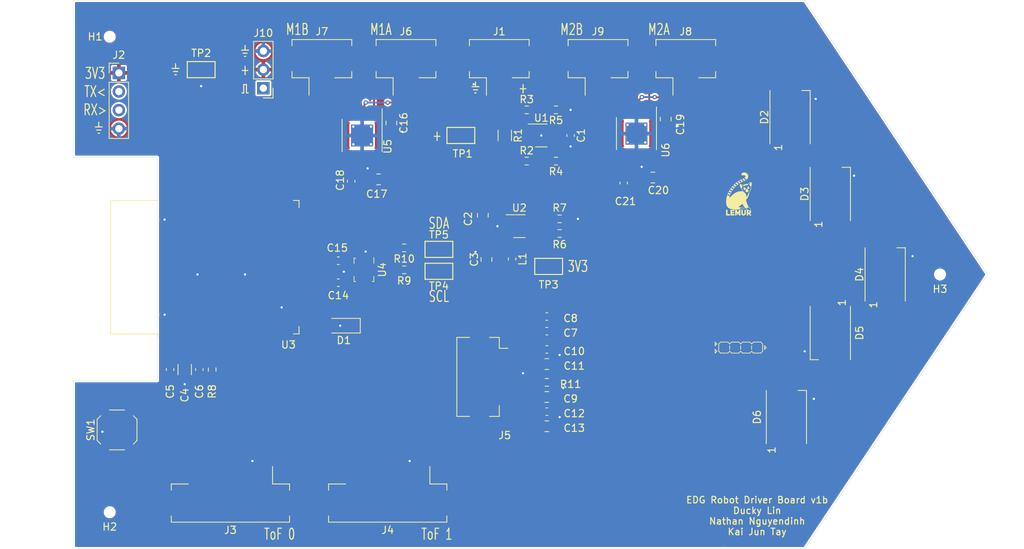
<source format=kicad_pcb>
(kicad_pcb (version 20211014) (generator pcbnew)
  (layers (0 "F.Cu" signal "Front") (31 "B.Cu" signal "Back") (34 "B.Paste" user) (35 "F.Paste" user) (36 "B.SilkS" user "B.Silkscreen") (37 "F.SilkS" user "F.Silkscreen") (38 "B.Mask" user) (39 "F.Mask" user) (44 "Edge.Cuts" user))
  (net 0 "")
  (net 1 "gnd")
  (net 2 "v3v3")
  (net 3 "vbatt")
  (net 4 "i2c_chain_0.sda")
  (net 5 "i2c_chain_0.scl")
  (net 6 "mcu.gpio.ledArray")
  (net 7 "lcd.spi.mosi")
  (net 8 "lcd.spi.sck")
  (net 9 "batt.pins.2")
  (net 10 "mcu.adc.isense")
  (net 11 "m1_a.pins.1")
  (net 12 "m1_a.pins.2")
  (net 13 "m1_b.pins.2")
  (net 14 "m1_b.pins.1")
  (net 15 "m2_a.pins.1")
  (net 16 "m2_a.pins.2")
  (net 17 "m2_b.pins.2")
  (net 18 "m2_b.pins.1")
  (net 19 "imu.int1")
  (net 20 "imu.int2")
  (net 21 "ws2812bArray.dout")
  (net 22 "tof.gpio1.1")
  (net 23 "tof.gpio1.0")
  (net 24 "mcu.gpio.lcd_dc")
  (net 25 "mcu.gpio.motor_1a2")
  (net 26 "mcu.gpio.motor_2a1")
  (net 27 "mcu.gpio.motor_2a2")
  (net 28 "tof.xshut.1")
  (net 29 "mcu.gpio.motor_1b1")
  (net 30 "mcu.ic.io2")
  (net 31 "mcu.gpio.motor_1a1")
  (net 32 "mcu.gpio.motor_2b1")
  (net 33 "mcu.gpio.lcd_reset")
  (net 34 "mcu.gpio.lcd_cs")
  (net 35 "mcu.gpio.motor_2b2")
  (net 36 "mcu.gpio.motor_1b2")
  (net 37 "lcd.iref_res.a")
  (net 38 "ws2812bArray.led[4].din")
  (net 39 "mcu.ic.chip_pu")
  (net 40 "motor_driver1.vcp_cap.pos")
  (net 41 "ws2812bArray.led[2].din")
  (net 42 "isense.amp.amp.inn")
  (net 43 "isense.amp.amp.inp")
  (net 44 "reg_3v3.ic.fb")
  (net 45 "mcu.gpio.tof_xshut_0")
  (net 46 "mcu.ic.io0")
  (net 47 "mcu.uart0.uart.tx")
  (net 48 "mcu.ic.uart0.tx")
  (net 49 "mcu.gpio.pwm")
  (net 50 "reg_3v3.power_path.switch")
  (net 51 "motor_driver2.ic.vcp")
  (net 52 "motor_driver2.vint_cap.pos")
  (net 53 "motor_driver1.vint_cap.pos")
  (net 54 "ws2812bArray.led[0].dout")
  (net 55 "ws2812bArray.led[2].dout")
  (net 56 "lcd.device.vcc")
  (net 57 "lcd.device.vcomh")
  (net 58 "lcd.c1_cap.neg")
  (net 59 "lcd.device.c1p")
  (net 60 "lcd.c2_cap.neg")
  (net 61 "lcd.c2_cap.pos")
  (footprint "Resistor_SMD:R_1206_3216Metric" (layer "F.Cu") (at 154 66 -90)
    (fp_text reference "R1")
    (fp_text value "C411236")
  )
  (footprint "Capacitor_SMD:C_0603_1608Metric" (layer "F.Cu") (at 159.75 103.75)
    (fp_text reference "C12")
    (fp_text value "C14663")
  )
  (footprint "Resistor_SMD:R_0603_1608Metric" (layer "F.Cu") (at 140.25 84.37 180)
    (fp_text reference "R9")
    (fp_text value "C23162")
  )
  (footprint "Resistor_SMD:R_0603_1608Metric" (layer "F.Cu") (at 159.75 99.75)
    (fp_text reference "R11")
    (fp_text value "C23203")
  )
  (footprint "Capacitor_SMD:C_0603_1608Metric" (layer "F.Cu") (at 133 72.25 -90)
    (fp_text reference "C18")
    (fp_text value "C57112")
  )
  (footprint "edg:JlcToolingHole_1.152mm" (layer "F.Cu") (at 100 52.5)
    (fp_text reference "H1")
    (fp_text value "")
  )
  (footprint "LED_SMD:LED_WS2812B_PLCC4_5.0x5.0mm_P3.2mm" (layer "F.Cu") (at 206 85 90)
    (fp_text reference "D4")
    (fp_text value "C2920042")
  )
  (footprint "Capacitor_SMD:C_0805_2012Metric" (layer "F.Cu") (at 136.75 72 180)
    (fp_text reference "C17")
    (fp_text value "C1779")
  )
  (footprint "edg:JlcToolingHole_1.152mm" (layer "F.Cu") (at 213.5 85)
    (fp_text reference "H3")
    (fp_text value "")
  )
  (footprint "Connector_JST:JST_PH_B2B-PH-SM4-TB_1x02-1MP_P2.00mm_Vertical" (layer "F.Cu") (at 140.5 57.25)
    (fp_text reference "J6")
    (fp_text value "C64658")
  )
  (footprint "Connector_JST:JST_PH_B2B-PH-SM4-TB_1x02-1MP_P2.00mm_Vertical" (layer "F.Cu") (at 166.75 57.25)
    (fp_text reference "J9")
    (fp_text value "C64658")
  )
  (footprint "Resistor_SMD:R_0603_1608Metric" (layer "F.Cu") (at 161 62.5 180)
    (fp_text reference "R5")
    (fp_text value "C25804")
  )
  (footprint "edg:Indicator_IdDots_4" (layer "F.Cu") (at 186.25 95)
    (fp_text reference "2" hide)
    (fp_text value "")
  )
  (footprint "Capacitor_SMD:C_0603_1608Metric" (layer "F.Cu") (at 159.75 95.25)
    (fp_text reference "C10")
    (fp_text value "C14663")
  )
  (footprint "LED_SMD:LED_WS2812B_PLCC4_5.0x5.0mm_P3.2mm" (layer "F.Cu") (at 198.5 74 90)
    (fp_text reference "D3")
    (fp_text value "C2920042")
  )
  (footprint "Connector_PinHeader_2.54mm:PinHeader_1x04_P2.54mm_Vertical" (layer "F.Cu") (at 101.25 57.45)
    (fp_text reference "J2")
    (fp_text value "")
  )
  (footprint "edg:Indicator_LeadFree" (layer "F.Cu") (at 186 91.5)
    (fp_text reference "1" hide)
    (fp_text value "" hide)
  )
  (footprint "edg:Symbol_LemurSmall" (layer "F.Cu") (at 186 74)
    (fp_text reference "U7" hide)
    (fp_text value "" hide)
  )
  (footprint "Connector_JST:JST_PH_B2B-PH-SM4-TB_1x02-1MP_P2.00mm_Vertical" (layer "F.Cu") (at 129 57.25)
    (fp_text reference "J7")
    (fp_text value "C64658")
  )
  (footprint "Capacitor_SMD:C_0603_1608Metric" (layer "F.Cu") (at 112.25 98 -90)
    (fp_text reference "C6")
    (fp_text value "C15849")
  )
  (footprint "edg:JlcToolingHole_1.152mm" (layer "F.Cu") (at 100 117.5)
    (fp_text reference "H2")
    (fp_text value "")
  )
  (footprint "RF_Module:ESP32-WROOM-32" (layer "F.Cu") (at 116 84 90)
    (fp_text reference "U3")
    (fp_text value "C701342")
  )
  (footprint "TestPoint:TestPoint_Keystone_5015_Micro-Minature" (layer "F.Cu") (at 148 66 180)
    (fp_text reference "TP1")
    (fp_text value "C238130")
  )
  (footprint "Capacitor_SMD:C_0805_2012Metric" (layer "F.Cu") (at 151.5 82.95 90)
    (fp_text reference "C3")
    (fp_text value "C1779")
  )
  (footprint "Resistor_SMD:R_0603_1608Metric" (layer "F.Cu") (at 161 69.5 180)
    (fp_text reference "R4")
    (fp_text value "C25804")
  )
  (footprint "Connector_FFC-FPC:Hirose_FH12-15S-0.5SH_1x15-1MP_P0.50mm_Horizontal" (layer "F.Cu") (at 151.95 99 -90)
    (fp_text reference "J5")
    (fp_text value "")
  )
  (footprint "Resistor_SMD:R_0603_1608Metric" (layer "F.Cu") (at 157 69.5)
    (fp_text reference "R2")
    (fp_text value "C25804")
  )
  (footprint "Connector_PinHeader_2.54mm:PinHeader_1x03_P2.54mm_Vertical" (layer "F.Cu") (at 121 59.54 180)
    (fp_text reference "J10")
    (fp_text value "")
  )
  (footprint "TestPoint:TestPoint_Keystone_5015_Micro-Minature" (layer "F.Cu") (at 112.5 57)
    (fp_text reference "TP2")
    (fp_text value "C238130")
  )
  (footprint "Capacitor_SMD:C_0603_1608Metric" (layer "F.Cu") (at 170.25 72.5 -90)
    (fp_text reference "C21")
    (fp_text value "C57112")
  )
  (footprint "Resistor_SMD:R_0603_1608Metric" (layer "F.Cu") (at 114 98 90)
    (fp_text reference "R8")
    (fp_text value "C25804")
  )
  (footprint "Capacitor_SMD:C_0805_2012Metric" (layer "F.Cu") (at 176 63.75 -90)
    (fp_text reference "C19")
    (fp_text value "C15850")
  )
  (footprint "TestPoint:TestPoint_Keystone_5015_Micro-Minature" (layer "F.Cu") (at 145 84.57 180)
    (fp_text reference "TP4")
    (fp_text value "C238130")
  )
  (footprint "Connector_JST:JST_PH_B6B-PH-SM4-TB_1x06-1MP_P2.00mm_Vertical" (layer "F.Cu") (at 138 114.5 180)
    (fp_text reference "J4")
    (fp_text value "C265088")
  )
  (footprint "LED_SMD:LED_WS2812B_PLCC4_5.0x5.0mm_P3.2mm" (layer "F.Cu") (at 198.5 93 -90)
    (fp_text reference "D5")
    (fp_text value "C2920042")
  )
  (footprint "Resistor_SMD:R_0603_1608Metric" (layer "F.Cu") (at 140.25 81.37 180)
    (fp_text reference "R10")
    (fp_text value "C23162")
  )
  (footprint "Capacitor_SMD:C_1206_3216Metric" (layer "F.Cu") (at 110.25 98 -90)
    (fp_text reference "C4")
    (fp_text value "C5672")
  )
  (footprint "Capacitor_SMD:C_0805_2012Metric" (layer "F.Cu") (at 174.25 71.75 180)
    (fp_text reference "C20")
    (fp_text value "C1779")
  )
  (footprint "Capacitor_SMD:C_0603_1608Metric" (layer "F.Cu") (at 108.25 98 -90)
    (fp_text reference "C5")
    (fp_text value "C14663")
  )
  (footprint "edg:Symbol_Duckling" (layer "F.Cu") (at 185.968806 83.691835)
    (fp_text reference "U8" hide)
    (fp_text value "" hide)
  )
  (footprint "Button_Switch_SMD:SW_SPST_SKQG_WithoutStem" (layer "F.Cu") (at 101 106.25 90)
    (fp_text reference "SW1")
    (fp_text value "C318884")
  )
  (footprint "Capacitor_SMD:C_0805_2012Metric" (layer "F.Cu") (at 151 76.9 -90)
    (fp_text reference "C2")
    (fp_text value "C1779")
  )
  (footprint "Connector_JST:JST_PH_B6B-PH-SM4-TB_1x06-1MP_P2.00mm_Vertical" (layer "F.Cu") (at 116.5 114.5 180)
    (fp_text reference "J3")
    (fp_text value "C265088")
  )
  (footprint "Capacitor_SMD:C_0603_1608Metric" (layer "F.Cu") (at 159.75 92.75)
    (fp_text reference "C7")
    (fp_text value "C14663")
  )
  (footprint "Resistor_SMD:R_0603_1608Metric" (layer "F.Cu") (at 157 62.5)
    (fp_text reference "R3")
    (fp_text value "C25804")
  )
  (footprint "LED_SMD:LED_WS2812B_PLCC4_5.0x5.0mm_P3.2mm" (layer "F.Cu") (at 192.5 104.5 90)
    (fp_text reference "D6")
    (fp_text value "C2920042")
  )
  (footprint "Package_SO:TSSOP-16-1EP_4.4x5mm_P0.65mm_EP3x3mm_ThermalVias" (layer "F.Cu") (at 172 65.75 -90)
    (fp_text reference "U6")
    (fp_text value "C50506")
  )
  (footprint "Connector_JST:JST_PH_B2B-PH-SM4-TB_1x02-1MP_P2.00mm_Vertical" (layer "F.Cu") (at 178.75 57.25)
    (fp_text reference "J8")
    (fp_text value "C64658")
  )
  (footprint "Package_SO:TSSOP-16-1EP_4.4x5mm_P0.65mm_EP3x3mm_ThermalVias" (layer "F.Cu") (at 134.5 66 -90)
    (fp_text reference "U5")
    (fp_text value "C50506")
  )
  (footprint "Capacitor_SMD:C_0805_2012Metric" (layer "F.Cu") (at 138.5 64.3 -90)
    (fp_text reference "C16")
    (fp_text value "C15850")
  )
  (footprint "Capacitor_SMD:C_0805_2012Metric" (layer "F.Cu") (at 159.75 101.75)
    (fp_text reference "C9")
    (fp_text value "C1779")
  )
  (footprint "TestPoint:TestPoint_Keystone_5015_Micro-Minature" (layer "F.Cu") (at 145 81.57 180)
    (fp_text reference "TP5")
    (fp_text value "C238130")
  )
  (footprint "Capacitor_SMD:C_0603_1608Metric" (layer "F.Cu") (at 163 66 -90)
    (fp_text reference "C1")
    (fp_text value "C14663")
  )
  (footprint "TestPoint:TestPoint_Keystone_5015_Micro-Minature" (layer "F.Cu") (at 160 83.9)
    (fp_text reference "TP3")
    (fp_text value "C238130")
  )
  (footprint "Resistor_SMD:R_0603_1608Metric" (layer "F.Cu") (at 161.5 77.4)
    (fp_text reference "R7")
    (fp_text value "C22809")
  )
  (footprint "Diode_SMD:D_SOD-123" (layer "F.Cu") (at 132 92 180)
    (fp_text reference "D1")
    (fp_text value "C499796")
  )
  (footprint "Capacitor_SMD:C_0603_1608Metric" (layer "F.Cu") (at 131.25 83.12 180)
    (fp_text reference "C15")
    (fp_text value "C14663")
  )
  (footprint "Capacitor_SMD:C_0603_1608Metric" (layer "F.Cu") (at 131.25 86.12 180)
    (fp_text reference "C14")
    (fp_text value "C14663")
  )
  (footprint "Capacitor_SMD:C_0805_2012Metric" (layer "F.Cu") (at 159.75 97.25)
    (fp_text reference "C11")
    (fp_text value "C1779")
  )
  (footprint "LED_SMD:LED_WS2812B_PLCC4_5.0x5.0mm_P3.2mm" (layer "F.Cu") (at 193 63.5 90)
    (fp_text reference "D2")
    (fp_text value "C2920042")
  )
  (footprint "Inductor_SMD:L_0603_1608Metric" (layer "F.Cu") (at 155 82.9 -90)
    (fp_text reference "L1")
    (fp_text value "C295681")
  )
  (footprint "Package_TO_SOT_SMD:SOT-23-5" (layer "F.Cu") (at 156 78.4)
    (fp_text reference "U2")
    (fp_text value "C500769")
  )
  (footprint "Capacitor_SMD:C_0805_2012Metric" (layer "F.Cu") (at 159.75 105.75)
    (fp_text reference "C13")
    (fp_text value "C15850")
  )
  (footprint "Connector_JST:JST_PH_B2B-PH-SM4-TB_1x02-1MP_P2.00mm_Vertical" (layer "F.Cu") (at 153.25 57.25)
    (fp_text reference "J1")
    (fp_text value "C64658")
  )
  (footprint "Capacitor_SMD:C_0603_1608Metric" (layer "F.Cu") (at 159.75 90.75)
    (fp_text reference "C8")
    (fp_text value "C14663")
  )
  (footprint "Resistor_SMD:R_0603_1608Metric" (layer "F.Cu") (at 161.5 79.4 180)
    (fp_text reference "R6")
    (fp_text value "C23231")
  )
  (footprint "Package_TO_SOT_SMD:SOT-23-5" (layer "F.Cu") (at 159 66)
    (fp_text reference "U1")
    (fp_text value "C7972")
  )
  (footprint "Package_LGA:Bosch_LGA-14_3x2.5mm_P0.5mm" (layer "F.Cu") (at 134.75 84.37 -90)
    (fp_text reference "U4")
    (fp_text value "C967633")
  )
  (gr_poly (pts (xy 220 85) (xy 195 122.5) (xy 95 122.5) (xy 95 99.5) (xy 106.5 99.5) (xy 106.5 69) (xy 95 69) (xy 95 47.5) (xy 195 47.5)) (layer "Edge.Cuts") (width 0.0384) (fill none))
  (gr_text "⏚" (at 109 57) (layer "F.SilkS") (effects (font (size 1.5 1) (thickness 0.1524))))
  (gr_text "⏚" (at 118.5 54.5) (layer "F.SilkS") (effects (font (size 1.5 1) (thickness 0.1524))))
  (gr_text "M2A" (at 173.5 51.5) (layer "F.SilkS") (effects (font (size 1.5 1)) (justify left)))
  (gr_text "M1B" (at 124 51.5) (layer "F.SilkS") (effects (font (size 1.5 1)) (justify left)))
  (gr_text "+" (at 118.5 57) (layer "F.SilkS") (effects (font (size 1.5 1) (thickness 0.1524))))
  (gr_text "⏚" (at 150 59.5) (layer "F.SilkS") (effects (font (size 1.5 1) (thickness 0.1524))))
  (gr_text "EDG Robot Driver Board v1b\nDucky Lin\nNathan Nguyendinh\nKai Jun Tay" (at 188.5 118) (layer "F.SilkS") (effects (font (size 0.9 0.9))))
  (gr_text "SCL" (at 145 88) (layer "F.SilkS") (effects (font (size 1.5 1) (thickness 0.1524))))
  (gr_text "+" (at 144.75 66) (layer "F.SilkS") (effects (font (size 1.5 1) (thickness 0.1524))))
  (gr_text "M1A" (at 135.5 51.5) (layer "F.SilkS") (effects (font (size 1.5 1)) (justify left)))
  (gr_text "M2B" (at 161.5 51.5) (layer "F.SilkS") (effects (font (size 1.5 1)) (justify left)))
  (gr_text "3V3" (at 98 57.5) (layer "F.SilkS") (effects (font (size 1.5 1) (thickness 0.1524))))
  (gr_text "3V3" (at 164 83.9) (layer "F.SilkS") (effects (font (size 1.5 1) (thickness 0.1524))))
  (gr_text "⏚" (at 98.5 65) (layer "F.SilkS") (effects (font (size 1.5 1) (thickness 0.1524))))
  (gr_text "+" (at 156.5 59.5) (layer "F.SilkS") (effects (font (size 1.5 1) (thickness 0.1524))))
  (gr_text "ToF 1" (at 142.5 120.5) (layer "F.SilkS") (effects (font (size 1.5 1)) (justify left)))
  (gr_text "⎍" (at 118.5 59.5) (layer "F.SilkS") (effects (font (size 1.5 1) (thickness 0.1524))))
  (gr_text "RX>" (at 98 62.5) (layer "F.SilkS") (effects (font (size 1.5 1) (thickness 0.1524))))
  (gr_text "SDA" (at 145 78) (layer "F.SilkS") (effects (font (size 1.5 1) (thickness 0.1524))))
  (gr_text "ToF 0" (at 121 120.5) (layer "F.SilkS") (effects (font (size 1.5 1)) (justify left)))
  (gr_text "TX<" (at 98 60) (layer "F.SilkS") (effects (font (size 1.5 1) (thickness 0.154))))
  (segment (start 163 66.775) (end 163 67.5) (width 0.2) (layer "F.Cu") (net 1))
  (segment (start 135.25 70.5) (end 135.8 71.05) (width 0.4) (layer "F.Cu") (net 1))
  (segment (start 195.05 95.45) (end 195 95.5) (width 0.6) (layer "F.Cu") (net 1))
  (segment (start 135.25 70.5) (end 134.825 70.075) (width 0.4) (layer "F.Cu") (net 1))
  (segment (start 200.1 71.55) (end 201.7 71.55) (width 0.6) (layer "F.Cu") (net 1))
  (segment (start 132.25 84.87) (end 133.7375 84.87) (width 0.254) (layer "F.Cu") (net 1))
  (segment (start 112.5 57) (end 112.5 59.25) (width 0.6) (layer "F.Cu") (net 1))
  (segment (start 132 84.62) (end 132.25 84.87) (width 0.254) (layer "F.Cu") (net 1))
  (segment (start 151 77.85) (end 152.45 77.85) (width 0.254) (layer "F.Cu") (net 1))
  (segment (start 160.525 103.75) (end 160.75 103.75) (width 0.4) (layer "F.Cu") (net 1))
  (segment (start 152.25 57.75) (end 151 57.75) (width 0.6) (layer "F.Cu") (net 1))
  (segment (start 138.5 65.25) (end 139.75 65.25) (width 0.4) (layer "F.Cu") (net 1))
  (segment (start 134.5 82.3575) (end 134.5 83.1075) (width 0.254) (layer "F.Cu") (net 1))
  (segment (start 207.6 82.55) (end 209.7 82.55) (width 0.6) (layer "F.Cu") (net 1))
  (segment (start 107.5 90.5) (end 107.745 90.745) (width 0.6) (layer "F.Cu") (net 1))
  (segment (start 99.15 109.35) (end 99.15 106.65) (width 0.6) (layer "F.Cu") (net 1))
  (segment (start 173.3 70.865296) (end 173.3 71.5) (width 0.254) (layer "F.Cu") (net 1))
  (segment (start 110.25 100) (end 108.75 100) (width 0.254) (layer "F.Cu") (net 1))
  (segment (start 160.7 97.25) (end 160.7 96.8) (width 0.4) (layer "F.Cu") (net 1))
  (segment (start 161.825 62.5) (end 163 62.5) (width 0.15) (layer "F.Cu") (net 1))
  (segment (start 123.5 89.5) (end 123.715 89.715) (width 0.6) (layer "F.Cu") (net 1))
  (segment (start 134.825 70.075) (end 134.825 68.8625) (width 0.4) (layer "F.Cu") (net 1))
  (segment (start 99.15 106.35) (end 99 106.5) (width 0.6) (layer "F.Cu") (net 1))
  (segment (start 108.75 100) (end 108.25 99.5) (width 0.254) (layer "F.Cu") (net 1))
  (segment (start 115.245 85) (end 118.5 85) (width 0.6) (layer "F.Cu") (net 1))
  (segment (start 160.7 96.8) (end 161.5 96) (width 0.4) (layer "F.Cu") (net 1))
  (segment (start 139.75 65.25) (end 140 65.5) (width 0.4) (layer "F.Cu") (net 1))
  (segment (start 135 81.8825) (end 135 83.1075) (width 0.254) (layer "F.Cu") (net 1))
  (segment (start 119.5 114) (end 119.5 110.5) (width 0.6) (layer "F.Cu") (net 1))
  (segment (start 161.25 99.75) (end 162 100.5) (width 0.4) (layer "F.Cu") (net 1))
  (segment (start 132 84.62) (end 130.475 86.145) (width 0.254) (layer "F.Cu") (net 1))
  (segment (start 107.745 77.255) (end 107.745 75.5) (width 0.6) (layer "F.Cu") (net 1))
  (segment (start 201.7 71.55) (end 201.75 71.5) (width 0.6) (layer "F.Cu") (net 1))
  (segment (start 196.9 95.45) (end 195.05 95.45) (width 0.6) (layer "F.Cu") (net 1))
  (segment (start 132 84.62) (end 131.725 84.62) (width 0.254) (layer "F.Cu") (net 1))
  (segment (start 131.725 84.62) (end 130.475 83.37) (width 0.254) (layer "F.Cu") (net 1))
  (segment (start 150.1 82) (end 150 81.9) (width 0.254) (layer "F.Cu") (net 1))
  (segment (start 160.7 101.75) (end 160.75 101.75) (width 0.4) (layer "F.Cu") (net 1))
  (segment (start 196.45 61.05) (end 196.5 61) (width 0.6) (layer "F.Cu") (net 1))
  (segment (start 130.35 92) (end 131.5 92) (width 0.6) (layer "F.Cu") (net 1))
  (segment (start 160.75 95.25) (end 161.5 96) (width 0.4) (layer "F.Cu") (net 1))
  (segment (start 177.45 64.7) (end 176 64.7) (width 0.4) (layer "F.Cu") (net 1))
  (segment (start 177.5 64.75) (end 177.45 64.7) (width 0.4) (layer "F.Cu") (net 1))
  (segment (start 156 98) (end 153.8 98) (width 0.254) (layer "F.Cu") (net 1))
  (segment (start 132.25 84.37) (end 133.7375 84.37) (width 0.254) (layer "F.Cu") (net 1))
  (segment (start 151.5 82) (end 150.1 82) (width 0.254) (layer "F.Cu") (net 1))
  (segment (start 194.6 61.05) (end 196.45 61.05) (width 0.6) (layer "F.Cu") (net 1))
  (segment (start 135.8 71.05) (end 135.8 71.5) (width 0.4) (layer "F.Cu") (net 1))
  (segment (start 209.7 82.55) (end 209.75 82.5) (width 0.6) (layer "F.Cu") (net 1))
  (segment (start 151 57.75) (end 149.75 59) (width 0.6) (layer "F.Cu") (net 1))
  (segment (start 172.717352 70.282648) (end 173.3 70.865296) (width 0.254) (layer "F.Cu") (net 1))
  (segment (start 155.1125 78.4) (end 153 78.4) (width 0.254) (layer "F.Cu") (net 1))
  (segment (start 160.75 103.75) (end 161.5 104.5) (width 0.4) (layer "F.Cu") (net 1))
  (segment (start 107.5 77.5) (end 107.745 77.255) (width 0.6) (layer "F.Cu") (net 1))
  (segment (start 134.9875 81.87) (end 135.5 82.3825) (width 0.254) (layer "F.Cu") (net 1))
  (segment (start 194.1 102.05) (end 196.2 102.05) (width 0.6) (layer "F.Cu") (net 1))
  (segment (start 108.25 99.5) (end 108.25 98.775) (width 0.254) (layer "F.Cu") (net 1))
  (segment (start 110.25 100) (end 112 100) (width 0.254) (layer "F.Cu") (net 1))
  (segment (start 99.15 103.15) (end 99.15 106.35) (width 0.6) (layer "F.Cu") (net 1))
  (segment (start 172.325 68.6125) (end 172.325 69.890296) (width 0.254) (layer "F.Cu") (net 1))
  (segment (start 141 114) (end 141 110.5) (width 0.6) (layer "F.Cu") (net 1))
  (segment (start 112.25 99.75) (end 112.25 98.775) (width 0.254) (layer "F.Cu") (net 1))
  (segment (start 172.325 69.890296) (end 172.717352 70.282648) (width 0.254) (layer "F.Cu") (net 1))
  (segment (start 132 84.62) (end 132.25 84.37) (width 0.254) (layer "F.Cu") (net 1))
  (segment (start 123.715 89.715) (end 125.255 89.715) (width 0.6) (layer "F.Cu") (net 1))
  (segment (start 134.9875 81.87) (end 135 81.8825) (width 0.254) (layer "F.Cu") (net 1))
  (segment (start 152.45 77.85) (end 153 78.4) (width 0.254) (layer "F.Cu") (net 1))
  (segment (start 157.8625 66) (end 159 66) (width 0.15) (layer "F.Cu") (net 1))
  (segment (start 160.525 95.25) (end 160.75 95.25) (width 0.4) (layer "F.Cu") (net 1))
  (segment (start 156.5 98.5) (end 156 98) (width 0.254) (layer "F.Cu") (net 1))
  (segment (start 107.745 90.745) (end 107.745 92.5) (width 0.6) (layer "F.Cu") (net 1))
  (segment (start 196.2 102.05) (end 196.25 102) (width 0.6) (layer "F.Cu") (net 1))
  (segment (start 135.5 82.3825) (end 135.5 83.1075) (width 0.254) (layer "F.Cu") (net 1))
  (segment (start 112 100) (end 112.25 99.75) (width 0.254) (layer "F.Cu") (net 1))
  (segment (start 160.7 105.75) (end 160.7 105.3) (width 0.4) (layer "F.Cu") (net 1))
  (segment (start 160.75 101.75) (end 162 100.5) (width 0.4) (layer "F.Cu") (net 1))
  (segment (start 99.15 106.65) (end 99 106.5) (width 0.6) (layer "F.Cu") (net 1))
  (segment (start 160.7 105.3) (end 161.5 104.5) (width 0.4) (layer "F.Cu") (net 1))
  (segment (start 162.325 77.4) (end 164 77.4) (width 0.254) (layer "F.Cu") (net 1))
  (segment (start 115.245 85) (end 112 85) (width 0.6) (layer "F.Cu") (net 1))
  (segment (start 134.9875 81.87) (end 134.5 82.3575) (width 0.254) (layer "F.Cu") (net 1))
  (segment (start 160.575 99.75) (end 161.25 99.75) (width 0.4) (layer "F.Cu") (net 1))
  (via (at 163 67.5) (size 0.6) (drill 0.3) (layers "F.Cu" "B.Cu") (net 1))
  (via (at 107.5 90.5) (size 0.6) (drill 0.3) (layers "F.Cu" "B.Cu") (net 1))
  (via (at 196.5 61) (size 0.6) (drill 0.3) (layers "F.Cu" "B.Cu") (net 1))
  (via (at 177.5 64.75) (size 0.6) (drill 0.3) (layers "F.Cu" "B.Cu") (net 1))
  (via (at 118.5 85) (size 0.6) (drill 0.3) (layers "F.Cu" "B.Cu") (net 1))
  (via (at 119.5 110.5) (size 0.6) (drill 0.3) (layers "F.Cu" "B.Cu") (net 1))
  (via (at 135.25 70.5) (size 0.6) (drill 0.3) (layers "F.Cu" "B.Cu") (net 1))
  (via (at 161.5 104.5) (size 0.6) (drill 0.3) (layers "F.Cu" "B.Cu") (net 1))
  (via (at 156.5 98.5) (size 0.6) (drill 0.3) (layers "F.Cu" "B.Cu") (net 1))
  (via (at 140 65.5) (size 0.6) (drill 0.3) (layers "F.Cu" "B.Cu") (net 1))
  (via (at 164 77.4) (size 0.6) (drill 0.3) (layers "F.Cu" "B.Cu") (net 1))
  (via (at 141 110.5) (size 0.6) (drill 0.3) (layers "F.Cu" "B.Cu") (net 1))
  (via (at 134.9875 81.87) (size 0.6) (drill 0.3) (layers "F.Cu" "B.Cu") (net 1))
  (via (at 132 84.62) (size 0.6) (drill 0.3) (layers "F.Cu" "B.Cu") (net 1))
  (via (at 110.25 100) (size 0.6) (drill 0.3) (layers "F.Cu" "B.Cu") (net 1))
  (via (at 209.75 82.5) (size 0.6) (drill 0.3) (layers "F.Cu" "B.Cu") (net 1))
  (via (at 149.75 59) (size 0.6) (drill 0.3) (layers "F.Cu" "B.Cu") (net 1))
  (via (at 162 100.5) (size 0.6) (drill 0.3) (layers "F.Cu" "B.Cu") (net 1))
  (via (at 196.25 102) (size 0.6) (drill 0.3) (layers "F.Cu" "B.Cu") (net 1))
  (via (at 123.5 89.5) (size 0.6) (drill 0.3) (layers "F.Cu" "B.Cu") (net 1))
  (via (at 195 95.5) (size 0.6) (drill 0.3) (layers "F.Cu" "B.Cu") (net 1))
  (via (at 112 85) (size 0.6) (drill 0.3) (layers "F.Cu" "B.Cu") (net 1))
  (via (at 99 106.5) (size 0.6) (drill 0.3) (layers "F.Cu" "B.Cu") (net 1))
  (via (at 112.5 59.25) (size 0.6) (drill 0.3) (layers "F.Cu" "B.Cu") (net 1))
  (via (at 150 81.9) (size 0.6) (drill 0.3) (layers "F.Cu" "B.Cu") (net 1))
  (via (at 153 78.4) (size 0.6) (drill 0.3) (layers "F.Cu" "B.Cu") (net 1))
  (via (at 201.75 71.5) (size 0.6) (drill 0.3) (layers "F.Cu" "B.Cu") (net 1))
  (via (at 131.5 92) (size 0.6) (drill 0.3) (layers "F.Cu" "B.Cu") (net 1))
  (via (at 172.717352 70.282648) (size 0.6) (drill 0.3) (layers "F.Cu" "B.Cu") (net 1))
  (via (at 159 66) (size 0.6) (drill 0.3) (layers "F.Cu" "B.Cu") (net 1))
  (via (at 163 62.5) (size 0.6) (drill 0.3) (layers "F.Cu" "B.Cu") (net 1))
  (via (at 107.5 77.5) (size 0.6) (drill 0.3) (layers "F.Cu" "B.Cu") (net 1))
  (via (at 161.5 96) (size 0.6) (drill 0.3) (layers "F.Cu" "B.Cu") (net 1))
  (segment (start 133.7375 83.87) (end 133.25 83.87) (width 0.254) (layer "F.Cu") (net 2))
  (segment (start 121.25 114.75) (end 121.5 115) (width 0.254) (layer "F.Cu") (net 2))
  (segment (start 153.8 97.5) (end 152.5 97.5) (width 0.254) (layer "F.Cu") (net 2))
  (segment (start 135.7625 84.87) (end 136.75 84.87) (width 0.254) (layer "F.Cu") (net 2))
  (segment (start 153.8 98.5) (end 152.5 98.5) (width 0.254) (layer "F.Cu") (net 2))
  (segment (start 134 86.37) (end 134 85.6325) (width 0.254) (layer "F.Cu") (net 2))
  (segment (start 156.175 69.5) (end 156.175 68.175) (width 0.2) (layer "F.Cu") (net 3))
  (segment (start 156.175 68.175) (end 155.4625 67.4625) (width 0.2) (layer "F.Cu") (net 3))
  (segment (start 155.4625 67.4625) (end 154 67.4625) (width 0.2) (layer "F.Cu") (net 3))
  (segment (start 117.5 111.5) (end 117.5 114) (width 0.254) (layer "F.Cu") (net 5))
  (segment (start 117.5 111.5) (end 117.5 115) (width 0.254) (layer "F.Cu") (net 5))
  (segment (start 156.175 63.825) (end 155.4625 64.5375) (width 0.2) (layer "F.Cu") (net 9))
  (segment (start 155.4625 64.5375) (end 154 64.5375) (width 0.2) (layer "F.Cu") (net 9))
  (segment (start 154.25 62.25) (end 154 62.5) (width 0.6) (layer "F.Cu") (net 9))
  (segment (start 156.175 62.5) (end 156.175 63.825) (width 0.2) (layer "F.Cu") (net 9))
  (segment (start 154 64.5375) (end 154 62.5) (width 0.6) (layer "F.Cu") (net 9))
  (segment (start 154.25 62.25) (end 154.25 57.75) (width 0.6) (layer "F.Cu") (net 9))
  (segment (start 160.95 66.95) (end 160.1375 66.95) (width 0.15) (layer "F.Cu") (net 10))
  (segment (start 161.825 67.825) (end 160.95 66.95) (width 0.15) (layer "F.Cu") (net 10))
  (segment (start 161.825 69.5) (end 161.825 67.825) (width 0.15) (layer "F.Cu") (net 10))
  (segment (start 137.875 57.75) (end 136.125 59.5) (width 0.254) (layer "F.Cu") (net 11))
  (segment (start 139.5 57.75) (end 137.875 57.75) (width 0.254) (layer "F.Cu") (net 11))
  (segment (start 136.125 59.5) (end 136.125 63.1375) (width 0.254) (layer "F.Cu") (net 11))
  (segment (start 134.825 61.675) (end 134.825 63.1375) (width 0.254) (layer "F.Cu") (net 12))
  (segment (start 141 61.5) (end 141.5 61) (width 0.254) (layer "F.Cu") (net 12))
  (segment (start 141.5 61) (end 141.5 59.245291) (width 0.254) (layer "F.Cu") (net 12))
  (segment (start 135 61.5) (end 134.825 61.675) (width 0.254) (layer "F.Cu") (net 12))
  (segment (start 138 61.5) (end 141 61.5) (width 0.254) (layer "F.Cu") (net 12))
  (via (at 138 61.5) (size 0.6) (drill 0.3) (layers "F.Cu" "B.Cu") (net 12))
  (via (at 135 61.5) (size 0.6) (drill 0.3) (layers "F.Cu" "B.Cu") (net 12))
  (segment (start 135 61.5) (end 138 61.5) (width 0.254) (layer "B.Cu") (net 12))
  (segment (start 130 60) (end 131 61) (width 0.254) (layer "F.Cu") (net 13))
  (segment (start 133.25 61) (end 134.175 61.925) (width 0.254) (layer "F.Cu") (net 13))
  (segment (start 130 57.75) (end 130 60) (width 0.254) (layer "F.Cu") (net 13))
  (segment (start 131 61) (end 133.25 61) (width 0.254) (layer "F.Cu") (net 13))
  (segment (start 134.175 61.925) (end 134.175 63.1375) (width 0.254) (layer "F.Cu") (net 13))
  (segment (start 128 57.75) (end 128 61) (width 0.254) (layer "F.Cu") (net 14))
  (segment (start 128 61) (end 128.75 61.75) (width 0.254) (layer "F.Cu") (net 14))
  (segment (start 128.75 61.75) (end 132.25 61.75) (width 0.254) (layer "F.Cu") (net 14))
  (segment (start 132.25 61.75) (end 132.875 62.375) (width 0.254) (layer "F.Cu") (net 14))
  (segment (start 132.875 62.375) (end 132.875 63.1375) (width 0.254) (layer "F.Cu") (net 14))
  (segment (start 173.75 62.7625) (end 173.625 62.8875) (width 0.254) (layer "F.Cu") (net 15))
  (segment (start 177.75 57.75) (end 175.5 57.75) (width 0.254) (layer "F.Cu") (net 15))
  (segment (start 173.75 59.5) (end 173.75 62.7625) (width 0.254) (layer "F.Cu") (net 15))
  (segment (start 175.5 57.75) (end 173.75 59.5) (width 0.254) (layer "F.Cu") (net 15))
  (segment (start 178.218291 60.777) (end 174.527 60.777) (width 0.254) (layer "F.Cu") (net 16))
  (segment (start 179.75 57.75) (end 179.75 59.245291) (width 0.254) (layer "F.Cu") (net 16))
  (segment (start 179.75 59.245291) (end 178.218291 60.777) (width 0.254) (layer "F.Cu") (net 16))
  (segment (start 172.325 61.175) (end 172.325 62.8875) (width 0.254) (layer "F.Cu") (net 16))
  (segment (start 172.75 60.75) (end 172.325 61.175) (width 0.254) (layer "F.Cu") (net 16))
  (segment (start 174.527 60.777) (end 174.5 60.75) (width 0.254) (layer "F.Cu") (net 16))
  (via (at 172.75 60.75) (size 0.6) (drill 0.3) (layers "F.Cu" "B.Cu") (net 16))
  (via (at 174.5 60.75) (size 0.6) (drill 0.3) (layers "F.Cu" "B.Cu") (net 16))
  (segment (start 174.5 60.75) (end 172.75 60.75) (width 0.254) (layer "B.Cu") (net 16))
  (segment (start 171.675 62.216841) (end 171.675 62.8875) (width 0.254) (layer "F.Cu") (net 17))
  (segment (start 170.708159 61.25) (end 171.675 62.216841) (width 0.254) (layer "F.Cu") (net 17))
  (segment (start 167.75 60.25) (end 168.75 61.25) (width 0.254) (layer "F.Cu") (net 17))
  (segment (start 168.75 61.25) (end 170.708159 61.25) (width 0.254) (layer "F.Cu") (net 17))
  (segment (start 167.75 57.75) (end 167.75 60.25) (width 0.254) (layer "F.Cu") (net 17))
  (segment (start 169.981159 61.823) (end 170.375 62.216841) (width 0.254) (layer "F.Cu") (net 18))
  (segment (start 165.75 59.245291) (end 168.327709 61.823) (width 0.254) (layer "F.Cu") (net 18))
  (segment (start 170.375 62.216841) (end 170.375 62.8875) (width 0.254) (layer "F.Cu") (net 18))
  (segment (start 168.327709 61.823) (end 169.981159 61.823) (width 0.254) (layer "F.Cu") (net 18))
  (segment (start 165.75 57.75) (end 165.75 59.245291) (width 0.254) (layer "F.Cu") (net 18))
  (segment (start 157.175 101.5) (end 153.8 101.5) (width 0.254) (layer "F.Cu") (net 37))
  (segment (start 158.925 99.75) (end 157.175 101.5) (width 0.254) (layer "F.Cu") (net 37))
  (segment (start 196.9 90.55) (end 198.25 91.9) (width 0.254) (layer "F.Cu") (net 38))
  (segment (start 198.25 91.9) (end 198.25 98.5) (width 0.254) (layer "F.Cu") (net 38))
  (segment (start 198.25 98.5) (end 194.45 98.5) (width 0.254) (layer "F.Cu") (net 38))
  (segment (start 194.45 98.5) (end 190.9 102.05) (width 0.254) (layer "F.Cu") (net 38))
  (segment (start 133.525 70.95) (end 133 71.475) (width 0.254) (layer "F.Cu") (net 40))
  (segment (start 133.525 68.8625) (end 133.525 70.95) (width 0.254) (layer "F.Cu") (net 40))
  (segment (start 200.1 78.25) (end 204.4 82.55) (width 0.254) (layer "F.Cu") (net 41))
  (segment (start 200.1 76.45) (end 200.1 78.25) (width 0.254) (layer "F.Cu") (net 41))
  (segment (start 157.825 69.5) (end 159 69.5) (width 0.15) (layer "F.Cu") (net 42))
  (segment (start 159 69) (end 157.8625 67.8625) (width 0.15) (layer "F.Cu") (net 42))
  (segment (start 159 69.5) (end 160.175 69.5) (width 0.15) (layer "F.Cu") (net 42))
  (segment (start 159 69.5) (end 159 69) (width 0.15) (layer "F.Cu") (net 42))
  (segment (start 157.8625 67.8625) (end 157.8625 66.95) (width 0.15) (layer "F.Cu") (net 42))
  (segment (start 159 63) (end 159 62.5) (width 0.15) (layer "F.Cu") (net 43))
  (segment (start 157.825 62.5) (end 159 62.5) (width 0.15) (layer "F.Cu") (net 43))
  (segment (start 159 62.5) (end 160.175 62.5) (width 0.15) (layer "F.Cu") (net 43))
  (segment (start 157.8625 64.1375) (end 159 63) (width 0.15) (layer "F.Cu") (net 43))
  (segment (start 157.8625 65.05) (end 157.8625 64.1375) (width 0.15) (layer "F.Cu") (net 43))
  (segment (start 157.1375 77.45) (end 158.55 77.45) (width 0.2) (layer "F.Cu") (net 44))
  (segment (start 159.5 78.4) (end 160.5 78.4) (width 0.2) (layer "F.Cu") (net 44))
  (segment (start 160.675 78.401118) (end 160.675 77.4) (width 0.254) (layer "F.Cu") (net 44))
  (segment (start 160.501118 78.401118) (end 160.675 78.401118) (width 0.2) (layer "F.Cu") (net 44))
  (segment (start 160.5 78.4) (end 160.501118 78.401118) (width 0.2) (layer "F.Cu") (net 44))
  (segment (start 158.55 77.45) (end 159.5 78.4) (width 0.2) (layer "F.Cu") (net 44))
  (segment (start 160.675 79.4) (end 160.675 78.401118) (width 0.254) (layer "F.Cu") (net 44))
  (segment (start 155 81.8375) (end 155 79.4625) (width 0.4) (layer "F.Cu") (net 50))
  (segment (start 155.1125 79.35) (end 155.05 79.35) (width 0.6) (layer "F.Cu") (net 50))
  (segment (start 155 79.4625) (end 155.1125 79.35) (width 0.4) (layer "F.Cu") (net 50))
  (segment (start 171.025 68.6125) (end 171.025 70.95) (width 0.254) (layer "F.Cu") (net 51))
  (segment (start 171.025 70.95) (end 170.25 71.725) (width 0.254) (layer "F.Cu") (net 51))
  (segment (start 174.75 70.25) (end 175.2 70.7) (width 0.254) (layer "F.Cu") (net 52))
  (segment (start 172.975 68.6125) (end 172.975 69.725) (width 0.254) (layer "F.Cu") (net 52))
  (segment (start 175.2 70.7) (end 175.2 71.5) (width 0.254) (layer "F.Cu") (net 52))
  (segment (start 173.5 70.25) (end 174.75 70.25) (width 0.254) (layer "F.Cu") (net 52))
  (segment (start 172.975 69.725) (end 173.5 70.25) (width 0.254) (layer "F.Cu") (net 52))
  (segment (start 137.588604 71.75) (end 137.7 71.75) (width 0.4) (layer "F.Cu") (net 53))
  (segment (start 135.475 68.8625) (end 135.475 69.636396) (width 0.4) (layer "F.Cu") (net 53))
  (segment (start 135.475 69.636396) (end 137.588604 71.75) (width 0.4) (layer "F.Cu") (net 53))
  (segment (start 194.6 69.25) (end 196.9 71.55) (width 0.254) (layer "F.Cu") (net 54))
  (segment (start 194.6 65.95) (end 194.6 69.25) (width 0.254) (layer "F.Cu") (net 54))
  (segment (start 207.6 87.45) (end 200.1 94.95) (width 0.254) (layer "F.Cu") (net 55))
  (segment (start 200.1 94.95) (end 200.1 95.45) (width 0.254) (layer "F.Cu") (net 55))
  (segment (start 158.8 105.75) (end 156.8 103.75) (width 0.254) (layer "F.Cu") (net 56))
  (segment (start 155.55 102.5) (end 153.8 102.5) (width 0.254) (layer "F.Cu") (net 56))
  (segment (start 156.8 103.75) (end 155.55 102.5) (width 0.254) (layer "F.Cu") (net 56))
  (segment (start 158.975 103.75) (end 156.8 103.75) (width 0.254) (layer "F.Cu") (net 56))
  (segment (start 158.55 102) (end 153.8 102) (width 0.254) (layer "F.Cu") (net 57))
  (segment (start 158.8 101.75) (end 158.55 102) (width 0.254) (layer "F.Cu") (net 57))
  (segment (start 155.5 97) (end 158.5 94) (width 0.254) (layer "F.Cu") (net 58))
  (segment (start 159.275 94) (end 160.525 92.75) (width 0.254) (layer "F.Cu") (net 58))
  (segment (start 153.8 97) (end 155.5 97) (width 0.254) (layer "F.Cu") (net 58))
  (segment (start 158.5 94) (end 159.275 94) (width 0.254) (layer "F.Cu") (net 58))
  (segment (start 155.225 96.5) (end 153.8 96.5) (width 0.254) (layer "F.Cu") (net 59))
  (segment (start 158.975 92.75) (end 155.225 96.5) (width 0.254) (layer "F.Cu") (net 59))
  (segment (start 154.540065 96) (end 159.038065 91.502) (width 0.254) (layer "F.Cu") (net 60))
  (segment (start 159.773 91.502) (end 160.525 90.75) (width 0.254) (layer "F.Cu") (net 60))
  (segment (start 159.038065 91.502) (end 159.773 91.502) (width 0.254) (layer "F.Cu") (net 60))
  (segment (start 153.8 96) (end 154.540065 96) (width 0.254) (layer "F.Cu") (net 60))
  (segment (start 158.975 90.75) (end 158.55 90.75) (width 0.254) (layer "F.Cu") (net 61))
  (segment (start 158.55 90.75) (end 153.8 95.5) (width 0.254) (layer "F.Cu") (net 61))
  (zone (net 3) (net_name "vbatt") (layer "F.Cu") (name "vbatt") (priority 2) (connect_pads (clearance 0.254)) (min_thickness 0.254) (fill yes (thermal_gap 0.254) (thermal_bridge_width 0.504))
    (polygon (pts (xy 222 47.5) (xy 222 122.5) (xy 184 122.5) (xy 184 75.5) (xy 184.077556 76.469795) (xy 126.761488 76.913278) (xy 126.728705 65.737596) (xy 116.535347 65.75) (xy 116.5 47.5)))
  )
  (zone (net 2) (net_name "v3v3") (layer "F.Cu") (name "v3v3") (priority 1) (connect_pads (clearance 0.254)) (min_thickness 0.254) (fill yes (thermal_gap 0.254) (thermal_bridge_width 0.504))
    (polygon (pts (xy 185 122.5) (xy 89.5 122.5) (xy 89.5 47.5) (xy 184.983075 47.5)))
  )
  (zone (net 1) (net_name "gnd") (layer "B.Cu") (name "gnd") (priority 2) (connect_pads (clearance 0.254)) (min_thickness 0.254) (fill yes (thermal_gap 0.508) (thermal_bridge_width 0.508))
    (polygon (pts (xy 225 122.5) (xy 85 122.5) (xy 85 47.5) (xy 225 47.5)))
  )
)
</source>
